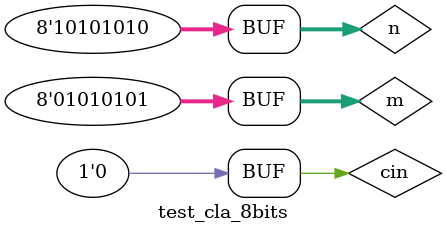
<source format=v>
`include "cla_8bits.v"
module test_cla_8bits;

reg    [7:0]   m,n;
reg            cin;
wire   [7:0]   sum;
wire           cout;

cla_8bits tt (m,n,cin,cout,sum);

initial
  begin
  
  #40
  cin=  1;
  m  =  8'b10101100;
  n  =  8'b11010101;
  
  #40
  cin=  1;
  m  =  8'b10001111;
  n=    8'b10001111;
  
  #40 
  cin=  0;
  m  =  8'b01010101;
  n  =  8'b10101010;
  
  end
  
 always@(m or n or cin)
 begin
 #20
  $display("a=%b  b=%b  cin=%b  cout=%b  sum=%b",m,n,cin,cout,sum);
  end
  endmodule


</source>
